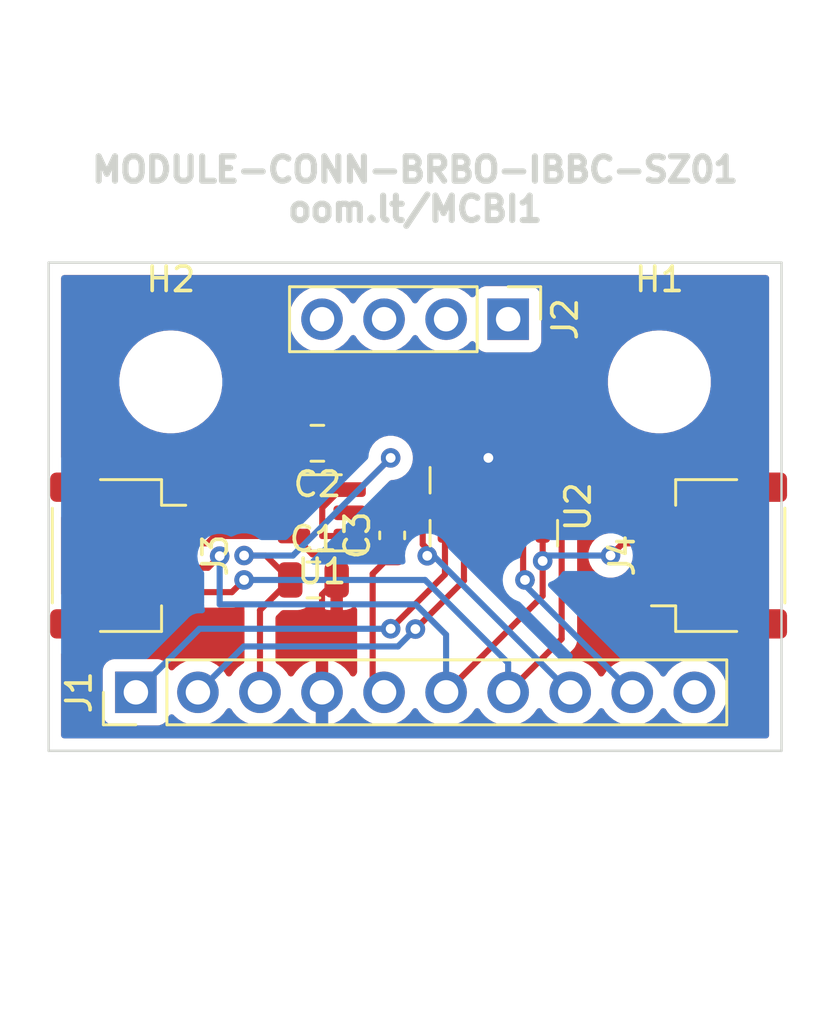
<source format=kicad_pcb>
(kicad_pcb (version 20211014) (generator pcbnew)
  (layers (0 "F.Cu" signal) (31 "B.Cu" signal) (34 "B.Paste" user) (35 "F.Paste" user) (36 "B.SilkS" user "B.Silkscreen") (37 "F.SilkS" user "F.Silkscreen") (38 "B.Mask" user) (39 "F.Mask" user) (44 "Edge.Cuts" user))
  (net 0 "")
  (net 1 "GND")
  (net 2 "SDA")
  (net 3 "SCL")
  (net 4 "Vin")
  (net 5 "3v3")
  (net 6 "CS")
  (net 7 "EX01")
  (net 8 "EX02")
  (net 9 "EX03")
  (net 10 "EX04")
  (net 11 "EX05")
  (net 12 "EX06")
  (net 13 "EX07")
  (net 14 "EX08")
  (footprint "Capacitor_SMD:C_0805_2012Metric" (layer "F.Cu") (at -4 -2.6 180)
    (fp_text reference "C2" (at 0 -1.68) (layer "F.SilkS"))
    (fp_text value "10uf")
    (fp_line (start -0.261252 0.735) (end 0.261252 0.735) (layer "F.SilkS") (width 0.12))
    (fp_line (start -0.261252 -0.735) (end 0.261252 -0.735) (layer "F.SilkS") (width 0.12))
    (pad "1" smd roundrect (at -0.95 0 180) (size 1 1.45) (layers "F.Cu" "F.Paste" "F.Mask") (net 5 "3v3"))
    (pad "2" smd roundrect (at 0.95 0 180) (size 1 1.45) (layers "F.Cu" "F.Paste" "F.Mask") (net 1 "GND"))
  )
  (footprint "Connector_PinHeader_2.54mm:PinHeader_1x10_P2.54mm_Vertical" (layer "F.Cu") (at -11.43 7.60401 90)
    (fp_text reference "J1" (at 0 -2.33 90) (layer "F.SilkS"))
    (fp_text value "HEAD-I01-X-PI10-01 oom.lt/H10")
    (fp_line (start 1.33 1.27) (end 1.33 24.19) (layer "F.SilkS") (width 0.12))
    (fp_line (start -1.33 0) (end -1.33 -1.33) (layer "F.SilkS") (width 0.12))
    (fp_line (start -1.33 1.27) (end -1.33 24.19) (layer "F.SilkS") (width 0.12))
    (fp_line (start -1.33 1.27) (end 1.33 1.27) (layer "F.SilkS") (width 0.12))
    (fp_line (start -1.33 -1.33) (end 0 -1.33) (layer "F.SilkS") (width 0.12))
    (fp_line (start -1.33 24.19) (end 1.33 24.19) (layer "F.SilkS") (width 0.12))
    (pad "1" thru_hole rect (at 0 0 90) (size 1.7 1.7) (drill 1) (layers *.Cu *.Mask) (net 7 "EX01"))
    (pad "2" thru_hole oval (at 0 2.54 90) (size 1.7 1.7) (drill 1) (layers *.Cu *.Mask) (net 8 "EX02"))
    (pad "3" thru_hole oval (at 0 5.08 90) (size 1.7 1.7) (drill 1) (layers *.Cu *.Mask) (net 4 "Vin"))
    (pad "4" thru_hole oval (at 0 7.62 90) (size 1.7 1.7) (drill 1) (layers *.Cu *.Mask) (net 1 "GND"))
    (pad "5" thru_hole oval (at 0 10.16 90) (size 1.7 1.7) (drill 1) (layers *.Cu *.Mask) (net 5 "3v3"))
    (pad "6" thru_hole oval (at 0 12.7 90) (size 1.7 1.7) (drill 1) (layers *.Cu *.Mask) (net 2 "SDA"))
    (pad "7" thru_hole oval (at 0 15.24 90) (size 1.7 1.7) (drill 1) (layers *.Cu *.Mask) (net 3 "SCL"))
    (pad "8" thru_hole oval (at 0 17.78 90) (size 1.7 1.7) (drill 1) (layers *.Cu *.Mask) (net 6 "CS"))
    (pad "9" thru_hole oval (at 0 20.32 90) (size 1.7 1.7) (drill 1) (layers *.Cu *.Mask) (net 9 "EX03"))
    (pad "10" thru_hole oval (at 0 22.86 90) (size 1.7 1.7) (drill 1) (layers *.Cu *.Mask) (net 10 "EX04"))
  )
  (footprint "Package_TO_SOT_SMD:SOT-23-5" (layer "F.Cu") (at -3.81817 0.25 180)
    (fp_text reference "U1" (at 0 -2.4) (layer "F.SilkS"))
    (fp_text value "AP2112K-3.3")
    (fp_line (start 0 -1.56) (end 0.8 -1.56) (layer "F.SilkS") (width 0.12))
    (fp_line (start 0 -1.56) (end -1.8 -1.56) (layer "F.SilkS") (width 0.12))
    (fp_line (start 0 1.56) (end 0.8 1.56) (layer "F.SilkS") (width 0.12))
    (fp_line (start 0 1.56) (end -0.8 1.56) (layer "F.SilkS") (width 0.12))
    (pad "1" smd roundrect (at -1.1375 -0.95 180) (size 1.325 0.6) (layers "F.Cu" "F.Paste" "F.Mask") (net 4 "Vin"))
    (pad "2" smd roundrect (at -1.1375 0 180) (size 1.325 0.6) (layers "F.Cu" "F.Paste" "F.Mask") (net 1 "GND"))
    (pad "3" smd roundrect (at -1.1375 0.95 180) (size 1.325 0.6) (layers "F.Cu" "F.Paste" "F.Mask") (net 4 "Vin"))
    (pad "4" smd roundrect (at 1.1375 0.95 180) (size 1.325 0.6) (layers "F.Cu" "F.Paste" "F.Mask"))
    (pad "5" smd roundrect (at 1.1375 -0.95 180) (size 1.325 0.6) (layers "F.Cu" "F.Paste" "F.Mask") (net 5 "3v3"))
  )
  (footprint "Connector_JST:JST_SH_SM04B-SRSS-TB_1x04-1MP_P1.00mm_Horizontal" (layer "F.Cu") (at 12.452114 2 90)
    (fp_text reference "J4" (at 0 -3.98 90) (layer "F.SilkS"))
    (fp_text value "HEAD-JSTSH-X-PI04-RS oom.lt/HSHR4")
    (fp_line (start -3.11 0.715) (end -3.11 -1.785) (layer "F.SilkS") (width 0.12))
    (fp_line (start -2.06 -1.785) (end -2.06 -2.775) (layer "F.SilkS") (width 0.12))
    (fp_line (start -1.94 2.685) (end 1.94 2.685) (layer "F.SilkS") (width 0.12))
    (fp_line (start -3.11 -1.785) (end -2.06 -1.785) (layer "F.SilkS") (width 0.12))
    (fp_line (start 3.11 -1.785) (end 2.06 -1.785) (layer "F.SilkS") (width 0.12))
    (fp_line (start 3.11 0.715) (end 3.11 -1.785) (layer "F.SilkS") (width 0.12))
    (pad "1" smd roundrect (at -1.5 -2 90) (size 0.6 1.55) (layers "F.Cu" "F.Paste" "F.Mask") (net 1 "GND"))
    (pad "2" smd roundrect (at -0.5 -2 90) (size 0.6 1.55) (layers "F.Cu" "F.Paste" "F.Mask") (net 5 "3v3"))
    (pad "3" smd roundrect (at 0.5 -2 90) (size 0.6 1.55) (layers "F.Cu" "F.Paste" "F.Mask") (net 2 "SDA"))
    (pad "4" smd roundrect (at 1.5 -2 90) (size 0.6 1.55) (layers "F.Cu" "F.Paste" "F.Mask") (net 3 "SCL"))
    (pad "MP" smd roundrect (at 2.8 1.875 90) (size 1.2 1.8) (layers "F.Cu" "F.Paste" "F.Mask") (roundrect_rratio 0.208333) (net 1 "GND"))
    (pad "MP" smd roundrect (at -2.8 1.875 90) (size 1.2 1.8) (layers "F.Cu" "F.Paste" "F.Mask") (roundrect_rratio 0.208333) (net 1 "GND"))
  )
  (footprint "Package_LGA:LGA-14_3x5mm_P0.8mm_LayoutBorder1x6y" (layer "F.Cu") (at 3.222944 0 -90)
    (fp_text reference "U2" (at 0 -3.45 90) (layer "F.SilkS"))
    (fp_text value "ADXL343")
    (fp_line (start -0.56 2.61) (end -1.61 2.61) (layer "F.SilkS") (width 0.12))
    (fp_line (start 0.56 2.61) (end 1.61 2.61) (layer "F.SilkS") (width 0.12))
    (fp_line (start 0.56 -2.61) (end 1.61 -2.61) (layer "F.SilkS") (width 0.12))
    (pad "1" smd roundrect (at -1 -2 270) (size 0.95 0.6) (layers "F.Cu" "F.Paste" "F.Mask") (net 5 "3v3"))
    (pad "2" smd roundrect (at -1 -1.2 270) (size 0.95 0.6) (layers "F.Cu" "F.Paste" "F.Mask") (net 1 "GND"))
    (pad "3" smd roundrect (at -1 -0.4 270) (size 0.95 0.6) (layers "F.Cu" "F.Paste" "F.Mask"))
    (pad "4" smd roundrect (at -1 0.4 270) (size 0.95 0.6) (layers "F.Cu" "F.Paste" "F.Mask") (net 1 "GND"))
    (pad "5" smd roundrect (at -1 1.2 270) (size 0.95 0.6) (layers "F.Cu" "F.Paste" "F.Mask") (net 1 "GND"))
    (pad "6" smd roundrect (at -1 2 270) (size 0.95 0.6) (layers "F.Cu" "F.Paste" "F.Mask") (net 5 "3v3"))
    (pad "7" smd roundrect (at 0 2 270) (size 0.6 0.95) (layers "F.Cu" "F.Paste" "F.Mask") (net 6 "CS"))
    (pad "8" smd roundrect (at 1 2 270) (size 0.95 0.6) (layers "F.Cu" "F.Paste" "F.Mask") (net 7 "EX01"))
    (pad "9" smd roundrect (at 1 1.2 270) (size 0.95 0.6) (layers "F.Cu" "F.Paste" "F.Mask") (net 8 "EX02"))
    (pad "10" smd roundrect (at 1 0.4 270) (size 0.95 0.6) (layers "F.Cu" "F.Paste" "F.Mask"))
    (pad "11" smd roundrect (at 1 -0.4 270) (size 0.95 0.6) (layers "F.Cu" "F.Paste" "F.Mask"))
    (pad "12" smd roundrect (at 1 -1.2 270) (size 0.95 0.6) (layers "F.Cu" "F.Paste" "F.Mask") (net 9 "EX03"))
    (pad "13" smd roundrect (at 1 -2 270) (size 0.95 0.6) (layers "F.Cu" "F.Paste" "F.Mask") (net 2 "SDA"))
    (pad "14" smd roundrect (at 0 -2 270) (size 0.6 0.95) (layers "F.Cu" "F.Paste" "F.Mask") (net 3 "SCL"))
  )
  (footprint "Connector_PinHeader_2.54mm:PinHeader_1x04_P2.54mm_Vertical" (layer "F.Cu") (at 3.81 -7.682089 -90)
    (fp_text reference "J2" (at 0 -2.33 90) (layer "F.SilkS"))
    (fp_text value "HEAD-I01-X-PI04-01 oom.lt/H4")
    (fp_line (start -1.33 1.27) (end 1.33 1.27) (layer "F.SilkS") (width 0.12))
    (fp_line (start -1.33 -1.33) (end 0 -1.33) (layer "F.SilkS") (width 0.12))
    (fp_line (start 1.33 1.27) (end 1.33 8.95) (layer "F.SilkS") (width 0.12))
    (fp_line (start -1.33 8.95) (end 1.33 8.95) (layer "F.SilkS") (width 0.12))
    (fp_line (start -1.33 0) (end -1.33 -1.33) (layer "F.SilkS") (width 0.12))
    (fp_line (start -1.33 1.27) (end -1.33 8.95) (layer "F.SilkS") (width 0.12))
    (pad "1" thru_hole rect (at 0 0 270) (size 1.7 1.7) (drill 1) (layers *.Cu *.Mask) (net 11 "EX05"))
    (pad "2" thru_hole oval (at 0 2.54 270) (size 1.7 1.7) (drill 1) (layers *.Cu *.Mask) (net 12 "EX06"))
    (pad "3" thru_hole oval (at 0 5.08 270) (size 1.7 1.7) (drill 1) (layers *.Cu *.Mask) (net 13 "EX07"))
    (pad "4" thru_hole oval (at 0 7.62 270) (size 1.7 1.7) (drill 1) (layers *.Cu *.Mask) (net 14 "EX08"))
  )
  (footprint "Capacitor_SMD:C_0805_2012Metric" (layer "F.Cu") (at -4.160097 3)
    (fp_text reference "C1" (at 0 -1.68) (layer "F.SilkS"))
    (fp_text value "10uf")
    (fp_line (start -0.261252 -0.735) (end 0.261252 -0.735) (layer "F.SilkS") (width 0.12))
    (fp_line (start -0.261252 0.735) (end 0.261252 0.735) (layer "F.SilkS") (width 0.12))
    (pad "1" smd roundrect (at -0.95 0) (size 1 1.45) (layers "F.Cu" "F.Paste" "F.Mask") (net 4 "Vin"))
    (pad "2" smd roundrect (at 0.95 0) (size 1 1.45) (layers "F.Cu" "F.Paste" "F.Mask") (net 1 "GND"))
  )
  (footprint "MountingHole:MountingHole_3.2mm_M3" (layer "F.Cu") (at -10 -5.113806)
    (fp_text reference "H2" (at 0 -4.2) (layer "F.SilkS"))
    (fp_text value "MountingHole")
    (pad "" np_thru_hole circle (at 0 0) (size 3.2 3.2) (drill 3.2) (layers *.Cu *.Mask))
  )
  (footprint "MountingHole:MountingHole_3.2mm_M3" (layer "F.Cu") (at 10 -5.113806)
    (fp_text reference "H1" (at 0 -4.2) (layer "F.SilkS"))
    (fp_text value "MountingHole")
    (pad "" np_thru_hole circle (at 0 0) (size 3.2 3.2) (drill 3.2) (layers *.Cu *.Mask))
  )
  (footprint "Connector_JST:JST_SH_SM04B-SRSS-TB_1x04-1MP_P1.00mm_Horizontal" (layer "F.Cu") (at -12.164345 2 -90)
    (fp_text reference "J3" (at 0 -3.98 90) (layer "F.SilkS"))
    (fp_text value "HEAD-JSTSH-X-PI04-RS oom.lt/HSHR4")
    (fp_line (start 3.11 0.715) (end 3.11 -1.785) (layer "F.SilkS") (width 0.12))
    (fp_line (start 3.11 -1.785) (end 2.06 -1.785) (layer "F.SilkS") (width 0.12))
    (fp_line (start -3.11 0.715) (end -3.11 -1.785) (layer "F.SilkS") (width 0.12))
    (fp_line (start -2.06 -1.785) (end -2.06 -2.775) (layer "F.SilkS") (width 0.12))
    (fp_line (start -1.94 2.685) (end 1.94 2.685) (layer "F.SilkS") (width 0.12))
    (fp_line (start -3.11 -1.785) (end -2.06 -1.785) (layer "F.SilkS") (width 0.12))
    (pad "1" smd roundrect (at -1.5 -2 270) (size 0.6 1.55) (layers "F.Cu" "F.Paste" "F.Mask") (net 1 "GND"))
    (pad "2" smd roundrect (at -0.5 -2 270) (size 0.6 1.55) (layers "F.Cu" "F.Paste" "F.Mask") (net 5 "3v3"))
    (pad "3" smd roundrect (at 0.5 -2 270) (size 0.6 1.55) (layers "F.Cu" "F.Paste" "F.Mask") (net 2 "SDA"))
    (pad "4" smd roundrect (at 1.5 -2 270) (size 0.6 1.55) (layers "F.Cu" "F.Paste" "F.Mask") (net 3 "SCL"))
    (pad "MP" smd roundrect (at 2.8 1.875 270) (size 1.2 1.8) (layers "F.Cu" "F.Paste" "F.Mask") (roundrect_rratio 0.208333) (net 1 "GND"))
    (pad "MP" smd roundrect (at -2.8 1.875 270) (size 1.2 1.8) (layers "F.Cu" "F.Paste" "F.Mask") (roundrect_rratio 0.208333) (net 1 "GND"))
  )
  (footprint "Capacitor_SMD:C_0603_1608Metric" (layer "F.Cu") (at -0.937153 1.175 90)
    (fp_text reference "C3" (at 0 -1.43 90) (layer "F.SilkS"))
    (fp_text value "100nf")
    (fp_line (start -0.14058 0.51) (end 0.14058 0.51) (layer "F.SilkS") (width 0.12))
    (fp_line (start -0.14058 -0.51) (end 0.14058 -0.51) (layer "F.SilkS") (width 0.12))
    (pad "1" smd roundrect (at -0.775 0 90) (size 0.9 0.95) (layers "F.Cu" "F.Paste" "F.Mask") (net 5 "3v3"))
    (pad "2" smd roundrect (at 0.775 0 90) (size 0.9 0.95) (layers "F.Cu" "F.Paste" "F.Mask") (net 1 "GND"))
  )
  (gr_line (start -15 10) (end -15 -10) (layer "Edge.Cuts") (width 0.1))
  (gr_line (start 15 10) (end -15 10) (layer "Edge.Cuts") (width 0.1))
  (gr_line (start 15 -10) (end 15 10) (layer "Edge.Cuts") (width 0.1))
  (gr_line (start -15 -10) (end 15 -10) (layer "Edge.Cuts") (width 0.1))
  (gr_text "MODULE-CONN-BRBO-IBBC-SZ01\noom.lt/MCBI1" (at 0 -13) (layer "Edge.Cuts") (effects (font (size 1 1) (thickness 0.25))))
  (segment (start 3.769016 -2) (end 3 -2) (width 0.25) (layer "F.Cu") (net 1))
  (segment (start 2.022944 -1.346072) (end 2.022944 -1) (width 0.25) (layer "F.Cu") (net 1))
  (segment (start -2.68067 0.25) (end -1.087153 0.25) (width 0.25) (layer "F.Cu") (net 1))
  (segment (start -3.210097 3) (end -3.81 3.599903) (width 0.25) (layer "F.Cu") (net 1))
  (segment (start -1.087153 0.25) (end -0.937153 0.4) (width 0.25) (layer "F.Cu") (net 1))
  (segment (start 4.422944 -1.346072) (end 3.769016 -2) (width 0.25) (layer "F.Cu") (net 1))
  (segment (start -0.937153 0.4) (end -0.937153 0.014025) (width 0.25) (layer "F.Cu") (net 1))
  (segment (start -3.81 3.599903) (end -3.81 7.60401) (width 0.25) (layer "F.Cu") (net 1))
  (segment (start 2.022944 -1) (end 2.822944 -1) (width 0.25) (layer "F.Cu") (net 1))
  (segment (start 4.422944 -1) (end 4.422944 -1.346072) (width 0.25) (layer "F.Cu") (net 1))
  (segment (start 2.822944 -1.822944) (end 2.822944 -1) (width 0.25) (layer "F.Cu") (net 1))
  (segment (start 3 -2) (end 2.822944 -1.822944) (width 0.25) (layer "F.Cu") (net 1))
  (via (at 3 -2) (size 0.8) (drill 0.4) (layers "F.Cu" "B.Cu") (net 1))
  (segment (start -8.475655 2.5) (end -10.164345 2.5) (width 0.25) (layer "F.Cu") (net 2))
  (segment (start 5.222944 3.651066) (end 1.27 7.60401) (width 0.25) (layer "F.Cu") (net 2))
  (segment (start 8 2) (end 8.5 1.5) (width 0.25) (layer "F.Cu") (net 2))
  (segment (start 5.222944 1) (end 5.222944 3.651066) (width 0.25) (layer "F.Cu") (net 2))
  (segment (start -7.999223 2.023568) (end -8.475655 2.5) (width 0.25) (layer "F.Cu") (net 2))
  (segment (start 8.5 1.5) (end 10.164345 1.5) (width 0.25) (layer "F.Cu") (net 2))
  (via (at 5.222944 2.222944) (size 0.8) (drill 0.4) (layers "F.Cu" "B.Cu") (net 2))
  (via (at 8 2) (size 0.8) (drill 0.4) (layers "F.Cu" "B.Cu") (net 2))
  (via (at -7.999223 2.023568) (size 0.8) (drill 0.4) (layers "F.Cu" "B.Cu") (net 2))
  (segment (start 1.27 7.60401) (end 1.27 5.245386) (width 0.25) (layer "B.Cu") (net 2))
  (segment (start -8 2.022791) (end -7.999223 2.023568) (width 0.25) (layer "B.Cu") (net 2))
  (segment (start 0.024614 4) (end -8 4) (width 0.25) (layer "B.Cu") (net 2))
  (segment (start 1.27 5.245386) (end 0.024614 4) (width 0.25) (layer "B.Cu") (net 2))
  (segment (start 5.222944 2.222944) (end 5.445888 2) (width 0.25) (layer "B.Cu") (net 2))
  (segment (start -8 2) (end -8 2.022791) (width 0.25) (layer "B.Cu") (net 2))
  (segment (start 5.445888 2) (end 8 2) (width 0.25) (layer "B.Cu") (net 2))
  (segment (start -8 4) (end -8 2) (width 0.25) (layer "B.Cu") (net 2))
  (segment (start -7.5 3.5) (end -7 3) (width 0.25) (layer "F.Cu") (net 3))
  (segment (start 5.369016 0) (end 6 0.630984) (width 0.25) (layer "F.Cu") (net 3))
  (segment (start 5.222944 0) (end 5.369016 0) (width 0.25) (layer "F.Cu") (net 3))
  (segment (start 6 0.630984) (end 6 5.41401) (width 0.25) (layer "F.Cu") (net 3))
  (segment (start 6 5.41401) (end 3.81 7.60401) (width 0.25) (layer "F.Cu") (net 3))
  (segment (start 5.222944 0) (end 9.664345 0) (width 0.25) (layer "F.Cu") (net 3))
  (segment (start 9.664345 0) (end 10.164345 0.5) (width 0.25) (layer "F.Cu") (net 3))
  (segment (start -10.164345 3.5) (end -7.5 3.5) (width 0.25) (layer "F.Cu") (net 3))
  (via (at -7 3) (size 0.8) (drill 0.4) (layers "F.Cu" "B.Cu") (net 3))
  (segment (start 3.81 6.401929) (end 0.408071 3) (width 0.25) (layer "B.Cu") (net 3))
  (segment (start 3.81 7.60401) (end 3.81 6.401929) (width 0.25) (layer "B.Cu") (net 3))
  (segment (start 0.408071 3) (end -7 3) (width 0.25) (layer "B.Cu") (net 3))
  (segment (start -5.110097 3) (end -6.35 4.239903) (width 0.25) (layer "F.Cu") (net 4))
  (segment (start -3.310097 1.2) (end -2.68067 1.2) (width 0.25) (layer "F.Cu") (net 4))
  (segment (start -2.3 -0.7) (end -1 -2) (width 0.25) (layer "F.Cu") (net 4))
  (segment (start -6.35 4.239903) (end -6.35 7.60401) (width 0.25) (layer "F.Cu") (net 4))
  (segment (start -6.110097 2) (end -5.110097 3) (width 0.25) (layer "F.Cu") (net 4))
  (segment (start -7 2) (end -6.110097 2) (width 0.25) (layer "F.Cu") (net 4))
  (segment (start -3.064242 -0.7) (end -2.68067 -0.7) (width 0.25) (layer "F.Cu") (net 4))
  (segment (start -2.68067 -0.7) (end -2.3 -0.7) (width 0.25) (layer "F.Cu") (net 4))
  (segment (start -3.8 1.2) (end -3.8 0.035758) (width 0.25) (layer "F.Cu") (net 4))
  (segment (start -3.764242 0) (end -3.064242 -0.7) (width 0.25) (layer "F.Cu") (net 4))
  (segment (start -3.8 0.035758) (end -3.064242 -0.7) (width 0.25) (layer "F.Cu") (net 4))
  (segment (start -2.68067 1.2) (end -3.8 1.2) (width 0.25) (layer "F.Cu") (net 4))
  (via (at -7 2) (size 0.8) (drill 0.4) (layers "F.Cu" "B.Cu") (net 4))
  (via (at -1 -2) (size 0.8) (drill 0.4) (layers "F.Cu" "B.Cu") (net 4))
  (segment (start -1 -2) (end -5 2) (width 0.25) (layer "B.Cu") (net 4))
  (segment (start -5 2) (end -7 2) (width 0.25) (layer "B.Cu") (net 4))
  (segment (start 3.569016 -3) (end 5.222944 -1.346072) (width 0.25) (layer "F.Cu") (net 5))
  (segment (start -4.95567 1.2) (end -8.2 1.2) (width 0.25) (layer "F.Cu") (net 5))
  (segment (start -0.937153 1.95) (end -1.73681 2.749657) (width 0.25) (layer "F.Cu") (net 5))
  (segment (start 11 -1) (end 5.222944 -1) (width 0.25) (layer "F.Cu") (net 5))
  (segment (start -4.20567 1.95) (end -0.937153 1.95) (width 0.25) (layer "F.Cu") (net 5))
  (segment (start -8.2 1.2) (end -8.5 1.5) (width 0.25) (layer "F.Cu") (net 5))
  (segment (start -4.32548 -1.32452) (end -5.67548 -1.32452) (width 0.25) (layer "F.Cu") (net 5))
  (segment (start -8.5 1.5) (end -10.164345 1.5) (width 0.25) (layer "F.Cu") (net 5))
  (segment (start 1.222944 -1) (end 1.222944 -1.346072) (width 0.25) (layer "F.Cu") (net 5))
  (segment (start -0.137633 1.15048) (end -0.137633 0.137633) (width 0.25) (layer "F.Cu") (net 5))
  (segment (start 12 0) (end 11 -1) (width 0.25) (layer "F.Cu") (net 5))
  (segment (start -1.73681 2.749657) (end -1.73681 7.1372) (width 0.25) (layer "F.Cu") (net 5))
  (segment (start 1.222944 -1.346072) (end 2.876872 -3) (width 0.25) (layer "F.Cu") (net 5))
  (segment (start -5.67548 -1.32452) (end -8.5 1.5) (width 0.25) (layer "F.Cu") (net 5))
  (segment (start 1 -1) (end 1.222944 -1) (width 0.25) (layer "F.Cu") (net 5))
  (segment (start 2.876872 -3) (end 3.569016 -3) (width 0.25) (layer "F.Cu") (net 5))
  (segment (start 10.898186 2.5) (end 12 1.398186) (width 0.25) (layer "F.Cu") (net 5))
  (segment (start -1.73681 7.1372) (end -1.27 7.60401) (width 0.25) (layer "F.Cu") (net 5))
  (segment (start 10.452114 2.5) (end 10.898186 2.5) (width 0.25) (layer "F.Cu") (net 5))
  (segment (start -4.95567 1.2) (end -4.20567 1.95) (width 0.25) (layer "F.Cu") (net 5))
  (segment (start 5.222944 -1.346072) (end 5.222944 -1) (width 0.25) (layer "F.Cu") (net 5))
  (segment (start 12 1.398186) (end 12 0) (width 0.25) (layer "F.Cu") (net 5))
  (segment (start -0.937153 1.95) (end -0.137633 1.15048) (width 0.25) (layer "F.Cu") (net 5))
  (segment (start -3.05 -2.6) (end -4.32548 -1.32452) (width 0.25) (layer "F.Cu") (net 5))
  (segment (start -0.137633 0.137633) (end 1 -1) (width 0.25) (layer "F.Cu") (net 5))
  (segment (start 0.311887 1.538463) (end 0.773424 2) (width 0.25) (layer "F.Cu") (net 6))
  (segment (start 0.773424 2) (end 0.763341 2.010083) (width 0.25) (layer "F.Cu") (net 6))
  (segment (start 0.763341 2.010083) (end 0.498444 2.010083) (width 0.25) (layer "F.Cu") (net 6))
  (segment (start 0.311887 0.688113) (end 0.311887 1.538463) (width 0.25) (layer "F.Cu") (net 6))
  (segment (start 1 0) (end 0.311887 0.688113) (width 0.25) (layer "F.Cu") (net 6))
  (segment (start 1.222944 0) (end 1 0) (width 0.25) (layer "F.Cu") (net 6))
  (via (at 0.498444 2.010083) (size 0.8) (drill 0.4) (layers "F.Cu" "B.Cu") (net 6))
  (segment (start 0.498444 2.010083) (end 0.756073 2.010083) (width 0.25) (layer "B.Cu") (net 6))
  (segment (start 0.756073 2.010083) (end 6.35 7.60401) (width 0.25) (layer "B.Cu") (net 6))
  (segment (start 1.222944 2.777056) (end -1 5) (width 0.25) (layer "F.Cu") (net 7))
  (segment (start 1.222944 1) (end 1.222944 2.777056) (width 0.25) (layer "F.Cu") (net 7))
  (via (at -1 5) (size 0.8) (drill 0.4) (layers "F.Cu" "B.Cu") (net 7))
  (segment (start -1 5) (end -8.82599 5) (width 0.25) (layer "B.Cu") (net 7))
  (segment (start -8.82599 5) (end -11.43 7.60401) (width 0.25) (layer "B.Cu") (net 7))
  (segment (start 2 3.024598) (end 2 1) (width 0.25) (layer "F.Cu") (net 8))
  (segment (start 0.012299 5.012299) (end 2 3.024598) (width 0.25) (layer "F.Cu") (net 8))
  (segment (start 2 1) (end 2.022944 1) (width 0.25) (layer "F.Cu") (net 8))
  (via (at 0.012299 5.012299) (size 0.8) (drill 0.4) (layers "F.Cu" "B.Cu") (net 8))
  (segment (start -0.699897 5.724511) (end 0 5.024614) (width 0.25) (layer "B.Cu") (net 8))
  (segment (start -8.89 7.60401) (end -7.010501 5.724511) (width 0.25) (layer "B.Cu") (net 8))
  (segment (start 0 5) (end 0.012299 5.012299) (width 0.25) (layer "B.Cu") (net 8))
  (segment (start 0 5.024614) (end 0 5) (width 0.25) (layer "B.Cu") (net 8))
  (segment (start -7.010501 5.724511) (end -0.699897 5.724511) (width 0.25) (layer "B.Cu") (net 8))
  (segment (start 4.422944 1) (end 4.422944 2.64952) (width 0.25) (layer "F.Cu") (net 9))
  (segment (start 4.773424 3) (end 4.498444 3) (width 0.25) (layer "F.Cu") (net 9))
  (segment (start 4.422944 2.64952) (end 4.773424 3) (width 0.25) (layer "F.Cu") (net 9))
  (via (at 4.498444 3) (size 0.8) (drill 0.4) (layers "F.Cu" "B.Cu") (net 9))
  (segment (start 4.498444 3.212454) (end 8.89 7.60401) (width 0.25) (layer "B.Cu") (net 9))
  (segment (start 4.498444 3) (end 4.498444 3.212454) (width 0.25) (layer "B.Cu") (net 9))
  (zone (net 1) (net_name "GND") (layers F&B.Cu) (connect_pads (clearance 0.508)) (min_thickness 0.254) (fill yes (thermal_gap 0.508) (thermal_bridge_width 0.508))
    (polygon (pts (xy 17 11) (xy -16 11) (xy -16 -11) (xy 17 -11)))
  )
)
</source>
